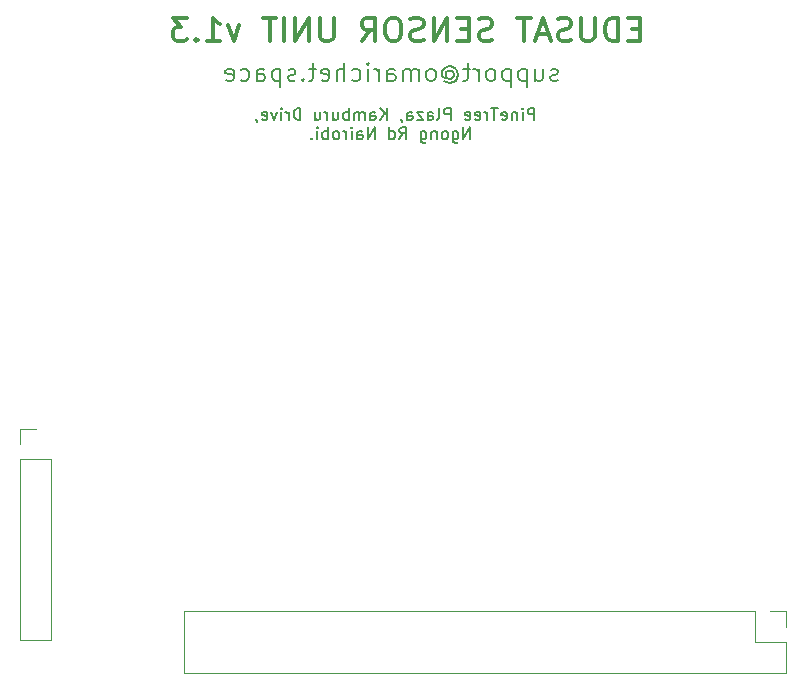
<source format=gbr>
%TF.GenerationSoftware,KiCad,Pcbnew,(6.0.7)*%
%TF.CreationDate,2023-02-22T21:26:54+03:00*%
%TF.ProjectId,Omarichet Sensor Shield 1.3,4f6d6172-6963-4686-9574-2053656e736f,rev?*%
%TF.SameCoordinates,Original*%
%TF.FileFunction,Legend,Bot*%
%TF.FilePolarity,Positive*%
%FSLAX46Y46*%
G04 Gerber Fmt 4.6, Leading zero omitted, Abs format (unit mm)*
G04 Created by KiCad (PCBNEW (6.0.7)) date 2023-02-22 21:26:54*
%MOMM*%
%LPD*%
G01*
G04 APERTURE LIST*
%ADD10C,0.300000*%
%ADD11C,0.150000*%
%ADD12C,0.120000*%
G04 APERTURE END LIST*
D10*
X148614285Y-79337142D02*
X147947619Y-79337142D01*
X147661904Y-80384761D02*
X148614285Y-80384761D01*
X148614285Y-78384761D01*
X147661904Y-78384761D01*
X146804761Y-80384761D02*
X146804761Y-78384761D01*
X146328571Y-78384761D01*
X146042857Y-78480000D01*
X145852380Y-78670476D01*
X145757142Y-78860952D01*
X145661904Y-79241904D01*
X145661904Y-79527619D01*
X145757142Y-79908571D01*
X145852380Y-80099047D01*
X146042857Y-80289523D01*
X146328571Y-80384761D01*
X146804761Y-80384761D01*
X144804761Y-78384761D02*
X144804761Y-80003809D01*
X144709523Y-80194285D01*
X144614285Y-80289523D01*
X144423809Y-80384761D01*
X144042857Y-80384761D01*
X143852380Y-80289523D01*
X143757142Y-80194285D01*
X143661904Y-80003809D01*
X143661904Y-78384761D01*
X142804761Y-80289523D02*
X142519047Y-80384761D01*
X142042857Y-80384761D01*
X141852380Y-80289523D01*
X141757142Y-80194285D01*
X141661904Y-80003809D01*
X141661904Y-79813333D01*
X141757142Y-79622857D01*
X141852380Y-79527619D01*
X142042857Y-79432380D01*
X142423809Y-79337142D01*
X142614285Y-79241904D01*
X142709523Y-79146666D01*
X142804761Y-78956190D01*
X142804761Y-78765714D01*
X142709523Y-78575238D01*
X142614285Y-78480000D01*
X142423809Y-78384761D01*
X141947619Y-78384761D01*
X141661904Y-78480000D01*
X140900000Y-79813333D02*
X139947619Y-79813333D01*
X141090476Y-80384761D02*
X140423809Y-78384761D01*
X139757142Y-80384761D01*
X139376190Y-78384761D02*
X138233333Y-78384761D01*
X138804761Y-80384761D02*
X138804761Y-78384761D01*
X136138095Y-80289523D02*
X135852380Y-80384761D01*
X135376190Y-80384761D01*
X135185714Y-80289523D01*
X135090476Y-80194285D01*
X134995238Y-80003809D01*
X134995238Y-79813333D01*
X135090476Y-79622857D01*
X135185714Y-79527619D01*
X135376190Y-79432380D01*
X135757142Y-79337142D01*
X135947619Y-79241904D01*
X136042857Y-79146666D01*
X136138095Y-78956190D01*
X136138095Y-78765714D01*
X136042857Y-78575238D01*
X135947619Y-78480000D01*
X135757142Y-78384761D01*
X135280952Y-78384761D01*
X134995238Y-78480000D01*
X134138095Y-79337142D02*
X133471428Y-79337142D01*
X133185714Y-80384761D02*
X134138095Y-80384761D01*
X134138095Y-78384761D01*
X133185714Y-78384761D01*
X132328571Y-80384761D02*
X132328571Y-78384761D01*
X131185714Y-80384761D01*
X131185714Y-78384761D01*
X130328571Y-80289523D02*
X130042857Y-80384761D01*
X129566666Y-80384761D01*
X129376190Y-80289523D01*
X129280952Y-80194285D01*
X129185714Y-80003809D01*
X129185714Y-79813333D01*
X129280952Y-79622857D01*
X129376190Y-79527619D01*
X129566666Y-79432380D01*
X129947619Y-79337142D01*
X130138095Y-79241904D01*
X130233333Y-79146666D01*
X130328571Y-78956190D01*
X130328571Y-78765714D01*
X130233333Y-78575238D01*
X130138095Y-78480000D01*
X129947619Y-78384761D01*
X129471428Y-78384761D01*
X129185714Y-78480000D01*
X127947619Y-78384761D02*
X127566666Y-78384761D01*
X127376190Y-78480000D01*
X127185714Y-78670476D01*
X127090476Y-79051428D01*
X127090476Y-79718095D01*
X127185714Y-80099047D01*
X127376190Y-80289523D01*
X127566666Y-80384761D01*
X127947619Y-80384761D01*
X128138095Y-80289523D01*
X128328571Y-80099047D01*
X128423809Y-79718095D01*
X128423809Y-79051428D01*
X128328571Y-78670476D01*
X128138095Y-78480000D01*
X127947619Y-78384761D01*
X125090476Y-80384761D02*
X125757142Y-79432380D01*
X126233333Y-80384761D02*
X126233333Y-78384761D01*
X125471428Y-78384761D01*
X125280952Y-78480000D01*
X125185714Y-78575238D01*
X125090476Y-78765714D01*
X125090476Y-79051428D01*
X125185714Y-79241904D01*
X125280952Y-79337142D01*
X125471428Y-79432380D01*
X126233333Y-79432380D01*
X122709523Y-78384761D02*
X122709523Y-80003809D01*
X122614285Y-80194285D01*
X122519047Y-80289523D01*
X122328571Y-80384761D01*
X121947619Y-80384761D01*
X121757142Y-80289523D01*
X121661904Y-80194285D01*
X121566666Y-80003809D01*
X121566666Y-78384761D01*
X120614285Y-80384761D02*
X120614285Y-78384761D01*
X119471428Y-80384761D01*
X119471428Y-78384761D01*
X118519047Y-80384761D02*
X118519047Y-78384761D01*
X117852380Y-78384761D02*
X116709523Y-78384761D01*
X117280952Y-80384761D02*
X117280952Y-78384761D01*
X114709523Y-79051428D02*
X114233333Y-80384761D01*
X113757142Y-79051428D01*
X111947619Y-80384761D02*
X113090476Y-80384761D01*
X112519047Y-80384761D02*
X112519047Y-78384761D01*
X112709523Y-78670476D01*
X112900000Y-78860952D01*
X113090476Y-78956190D01*
X111090476Y-80194285D02*
X110995238Y-80289523D01*
X111090476Y-80384761D01*
X111185714Y-80289523D01*
X111090476Y-80194285D01*
X111090476Y-80384761D01*
X110328571Y-78384761D02*
X109090476Y-78384761D01*
X109757142Y-79146666D01*
X109471428Y-79146666D01*
X109280952Y-79241904D01*
X109185714Y-79337142D01*
X109090476Y-79527619D01*
X109090476Y-80003809D01*
X109185714Y-80194285D01*
X109280952Y-80289523D01*
X109471428Y-80384761D01*
X110042857Y-80384761D01*
X110233333Y-80289523D01*
X110328571Y-80194285D01*
D11*
X139702857Y-87057380D02*
X139702857Y-86057380D01*
X139321904Y-86057380D01*
X139226666Y-86105000D01*
X139179047Y-86152619D01*
X139131428Y-86247857D01*
X139131428Y-86390714D01*
X139179047Y-86485952D01*
X139226666Y-86533571D01*
X139321904Y-86581190D01*
X139702857Y-86581190D01*
X138702857Y-87057380D02*
X138702857Y-86390714D01*
X138702857Y-86057380D02*
X138750476Y-86105000D01*
X138702857Y-86152619D01*
X138655238Y-86105000D01*
X138702857Y-86057380D01*
X138702857Y-86152619D01*
X138226666Y-86390714D02*
X138226666Y-87057380D01*
X138226666Y-86485952D02*
X138179047Y-86438333D01*
X138083809Y-86390714D01*
X137940952Y-86390714D01*
X137845714Y-86438333D01*
X137798095Y-86533571D01*
X137798095Y-87057380D01*
X136940952Y-87009761D02*
X137036190Y-87057380D01*
X137226666Y-87057380D01*
X137321904Y-87009761D01*
X137369523Y-86914523D01*
X137369523Y-86533571D01*
X137321904Y-86438333D01*
X137226666Y-86390714D01*
X137036190Y-86390714D01*
X136940952Y-86438333D01*
X136893333Y-86533571D01*
X136893333Y-86628809D01*
X137369523Y-86724047D01*
X136607619Y-86057380D02*
X136036190Y-86057380D01*
X136321904Y-87057380D02*
X136321904Y-86057380D01*
X135702857Y-87057380D02*
X135702857Y-86390714D01*
X135702857Y-86581190D02*
X135655238Y-86485952D01*
X135607619Y-86438333D01*
X135512380Y-86390714D01*
X135417142Y-86390714D01*
X134702857Y-87009761D02*
X134798095Y-87057380D01*
X134988571Y-87057380D01*
X135083809Y-87009761D01*
X135131428Y-86914523D01*
X135131428Y-86533571D01*
X135083809Y-86438333D01*
X134988571Y-86390714D01*
X134798095Y-86390714D01*
X134702857Y-86438333D01*
X134655238Y-86533571D01*
X134655238Y-86628809D01*
X135131428Y-86724047D01*
X133845714Y-87009761D02*
X133940952Y-87057380D01*
X134131428Y-87057380D01*
X134226666Y-87009761D01*
X134274285Y-86914523D01*
X134274285Y-86533571D01*
X134226666Y-86438333D01*
X134131428Y-86390714D01*
X133940952Y-86390714D01*
X133845714Y-86438333D01*
X133798095Y-86533571D01*
X133798095Y-86628809D01*
X134274285Y-86724047D01*
X132607619Y-87057380D02*
X132607619Y-86057380D01*
X132226666Y-86057380D01*
X132131428Y-86105000D01*
X132083809Y-86152619D01*
X132036190Y-86247857D01*
X132036190Y-86390714D01*
X132083809Y-86485952D01*
X132131428Y-86533571D01*
X132226666Y-86581190D01*
X132607619Y-86581190D01*
X131464761Y-87057380D02*
X131559999Y-87009761D01*
X131607619Y-86914523D01*
X131607619Y-86057380D01*
X130655238Y-87057380D02*
X130655238Y-86533571D01*
X130702857Y-86438333D01*
X130798095Y-86390714D01*
X130988571Y-86390714D01*
X131083809Y-86438333D01*
X130655238Y-87009761D02*
X130750476Y-87057380D01*
X130988571Y-87057380D01*
X131083809Y-87009761D01*
X131131428Y-86914523D01*
X131131428Y-86819285D01*
X131083809Y-86724047D01*
X130988571Y-86676428D01*
X130750476Y-86676428D01*
X130655238Y-86628809D01*
X130274285Y-86390714D02*
X129750476Y-86390714D01*
X130274285Y-87057380D01*
X129750476Y-87057380D01*
X128940952Y-87057380D02*
X128940952Y-86533571D01*
X128988571Y-86438333D01*
X129083809Y-86390714D01*
X129274285Y-86390714D01*
X129369523Y-86438333D01*
X128940952Y-87009761D02*
X129036190Y-87057380D01*
X129274285Y-87057380D01*
X129369523Y-87009761D01*
X129417142Y-86914523D01*
X129417142Y-86819285D01*
X129369523Y-86724047D01*
X129274285Y-86676428D01*
X129036190Y-86676428D01*
X128940952Y-86628809D01*
X128417142Y-87009761D02*
X128417142Y-87057380D01*
X128464761Y-87152619D01*
X128512380Y-87200238D01*
X127226666Y-87057380D02*
X127226666Y-86057380D01*
X126655238Y-87057380D02*
X127083809Y-86485952D01*
X126655238Y-86057380D02*
X127226666Y-86628809D01*
X125798095Y-87057380D02*
X125798095Y-86533571D01*
X125845714Y-86438333D01*
X125940952Y-86390714D01*
X126131428Y-86390714D01*
X126226666Y-86438333D01*
X125798095Y-87009761D02*
X125893333Y-87057380D01*
X126131428Y-87057380D01*
X126226666Y-87009761D01*
X126274285Y-86914523D01*
X126274285Y-86819285D01*
X126226666Y-86724047D01*
X126131428Y-86676428D01*
X125893333Y-86676428D01*
X125798095Y-86628809D01*
X125321904Y-87057380D02*
X125321904Y-86390714D01*
X125321904Y-86485952D02*
X125274285Y-86438333D01*
X125179047Y-86390714D01*
X125036190Y-86390714D01*
X124940952Y-86438333D01*
X124893333Y-86533571D01*
X124893333Y-87057380D01*
X124893333Y-86533571D02*
X124845714Y-86438333D01*
X124750476Y-86390714D01*
X124607619Y-86390714D01*
X124512380Y-86438333D01*
X124464761Y-86533571D01*
X124464761Y-87057380D01*
X123988571Y-87057380D02*
X123988571Y-86057380D01*
X123988571Y-86438333D02*
X123893333Y-86390714D01*
X123702857Y-86390714D01*
X123607619Y-86438333D01*
X123559999Y-86485952D01*
X123512380Y-86581190D01*
X123512380Y-86866904D01*
X123559999Y-86962142D01*
X123607619Y-87009761D01*
X123702857Y-87057380D01*
X123893333Y-87057380D01*
X123988571Y-87009761D01*
X122655238Y-86390714D02*
X122655238Y-87057380D01*
X123083809Y-86390714D02*
X123083809Y-86914523D01*
X123036190Y-87009761D01*
X122940952Y-87057380D01*
X122798095Y-87057380D01*
X122702857Y-87009761D01*
X122655238Y-86962142D01*
X122179047Y-87057380D02*
X122179047Y-86390714D01*
X122179047Y-86581190D02*
X122131428Y-86485952D01*
X122083809Y-86438333D01*
X121988571Y-86390714D01*
X121893333Y-86390714D01*
X121131428Y-86390714D02*
X121131428Y-87057380D01*
X121559999Y-86390714D02*
X121559999Y-86914523D01*
X121512380Y-87009761D01*
X121417142Y-87057380D01*
X121274285Y-87057380D01*
X121179047Y-87009761D01*
X121131428Y-86962142D01*
X119893333Y-87057380D02*
X119893333Y-86057380D01*
X119655238Y-86057380D01*
X119512380Y-86105000D01*
X119417142Y-86200238D01*
X119369523Y-86295476D01*
X119321904Y-86485952D01*
X119321904Y-86628809D01*
X119369523Y-86819285D01*
X119417142Y-86914523D01*
X119512380Y-87009761D01*
X119655238Y-87057380D01*
X119893333Y-87057380D01*
X118893333Y-87057380D02*
X118893333Y-86390714D01*
X118893333Y-86581190D02*
X118845714Y-86485952D01*
X118798095Y-86438333D01*
X118702857Y-86390714D01*
X118607619Y-86390714D01*
X118274285Y-87057380D02*
X118274285Y-86390714D01*
X118274285Y-86057380D02*
X118321904Y-86105000D01*
X118274285Y-86152619D01*
X118226666Y-86105000D01*
X118274285Y-86057380D01*
X118274285Y-86152619D01*
X117893333Y-86390714D02*
X117655238Y-87057380D01*
X117417142Y-86390714D01*
X116655238Y-87009761D02*
X116750476Y-87057380D01*
X116940952Y-87057380D01*
X117036190Y-87009761D01*
X117083809Y-86914523D01*
X117083809Y-86533571D01*
X117036190Y-86438333D01*
X116940952Y-86390714D01*
X116750476Y-86390714D01*
X116655238Y-86438333D01*
X116607619Y-86533571D01*
X116607619Y-86628809D01*
X117083809Y-86724047D01*
X116131428Y-87009761D02*
X116131428Y-87057380D01*
X116179047Y-87152619D01*
X116226666Y-87200238D01*
X134274285Y-88667380D02*
X134274285Y-87667380D01*
X133702857Y-88667380D01*
X133702857Y-87667380D01*
X132798095Y-88000714D02*
X132798095Y-88810238D01*
X132845714Y-88905476D01*
X132893333Y-88953095D01*
X132988571Y-89000714D01*
X133131428Y-89000714D01*
X133226666Y-88953095D01*
X132798095Y-88619761D02*
X132893333Y-88667380D01*
X133083809Y-88667380D01*
X133179047Y-88619761D01*
X133226666Y-88572142D01*
X133274285Y-88476904D01*
X133274285Y-88191190D01*
X133226666Y-88095952D01*
X133179047Y-88048333D01*
X133083809Y-88000714D01*
X132893333Y-88000714D01*
X132798095Y-88048333D01*
X132179047Y-88667380D02*
X132274285Y-88619761D01*
X132321904Y-88572142D01*
X132369523Y-88476904D01*
X132369523Y-88191190D01*
X132321904Y-88095952D01*
X132274285Y-88048333D01*
X132179047Y-88000714D01*
X132036190Y-88000714D01*
X131940952Y-88048333D01*
X131893333Y-88095952D01*
X131845714Y-88191190D01*
X131845714Y-88476904D01*
X131893333Y-88572142D01*
X131940952Y-88619761D01*
X132036190Y-88667380D01*
X132179047Y-88667380D01*
X131417142Y-88000714D02*
X131417142Y-88667380D01*
X131417142Y-88095952D02*
X131369523Y-88048333D01*
X131274285Y-88000714D01*
X131131428Y-88000714D01*
X131036190Y-88048333D01*
X130988571Y-88143571D01*
X130988571Y-88667380D01*
X130083809Y-88000714D02*
X130083809Y-88810238D01*
X130131428Y-88905476D01*
X130179047Y-88953095D01*
X130274285Y-89000714D01*
X130417142Y-89000714D01*
X130512380Y-88953095D01*
X130083809Y-88619761D02*
X130179047Y-88667380D01*
X130369523Y-88667380D01*
X130464761Y-88619761D01*
X130512380Y-88572142D01*
X130560000Y-88476904D01*
X130560000Y-88191190D01*
X130512380Y-88095952D01*
X130464761Y-88048333D01*
X130369523Y-88000714D01*
X130179047Y-88000714D01*
X130083809Y-88048333D01*
X128274285Y-88667380D02*
X128607619Y-88191190D01*
X128845714Y-88667380D02*
X128845714Y-87667380D01*
X128464761Y-87667380D01*
X128369523Y-87715000D01*
X128321904Y-87762619D01*
X128274285Y-87857857D01*
X128274285Y-88000714D01*
X128321904Y-88095952D01*
X128369523Y-88143571D01*
X128464761Y-88191190D01*
X128845714Y-88191190D01*
X127417142Y-88667380D02*
X127417142Y-87667380D01*
X127417142Y-88619761D02*
X127512380Y-88667380D01*
X127702857Y-88667380D01*
X127798095Y-88619761D01*
X127845714Y-88572142D01*
X127893333Y-88476904D01*
X127893333Y-88191190D01*
X127845714Y-88095952D01*
X127798095Y-88048333D01*
X127702857Y-88000714D01*
X127512380Y-88000714D01*
X127417142Y-88048333D01*
X126179047Y-88667380D02*
X126179047Y-87667380D01*
X125607619Y-88667380D01*
X125607619Y-87667380D01*
X124702857Y-88667380D02*
X124702857Y-88143571D01*
X124750476Y-88048333D01*
X124845714Y-88000714D01*
X125036190Y-88000714D01*
X125131428Y-88048333D01*
X124702857Y-88619761D02*
X124798095Y-88667380D01*
X125036190Y-88667380D01*
X125131428Y-88619761D01*
X125179047Y-88524523D01*
X125179047Y-88429285D01*
X125131428Y-88334047D01*
X125036190Y-88286428D01*
X124798095Y-88286428D01*
X124702857Y-88238809D01*
X124226666Y-88667380D02*
X124226666Y-88000714D01*
X124226666Y-87667380D02*
X124274285Y-87715000D01*
X124226666Y-87762619D01*
X124179047Y-87715000D01*
X124226666Y-87667380D01*
X124226666Y-87762619D01*
X123750476Y-88667380D02*
X123750476Y-88000714D01*
X123750476Y-88191190D02*
X123702857Y-88095952D01*
X123655238Y-88048333D01*
X123560000Y-88000714D01*
X123464761Y-88000714D01*
X122988571Y-88667380D02*
X123083809Y-88619761D01*
X123131428Y-88572142D01*
X123179047Y-88476904D01*
X123179047Y-88191190D01*
X123131428Y-88095952D01*
X123083809Y-88048333D01*
X122988571Y-88000714D01*
X122845714Y-88000714D01*
X122750476Y-88048333D01*
X122702857Y-88095952D01*
X122655238Y-88191190D01*
X122655238Y-88476904D01*
X122702857Y-88572142D01*
X122750476Y-88619761D01*
X122845714Y-88667380D01*
X122988571Y-88667380D01*
X122226666Y-88667380D02*
X122226666Y-87667380D01*
X122226666Y-88048333D02*
X122131428Y-88000714D01*
X121940952Y-88000714D01*
X121845714Y-88048333D01*
X121798095Y-88095952D01*
X121750476Y-88191190D01*
X121750476Y-88476904D01*
X121798095Y-88572142D01*
X121845714Y-88619761D01*
X121940952Y-88667380D01*
X122131428Y-88667380D01*
X122226666Y-88619761D01*
X121321904Y-88667380D02*
X121321904Y-88000714D01*
X121321904Y-87667380D02*
X121369523Y-87715000D01*
X121321904Y-87762619D01*
X121274285Y-87715000D01*
X121321904Y-87667380D01*
X121321904Y-87762619D01*
X120845714Y-88572142D02*
X120798095Y-88619761D01*
X120845714Y-88667380D01*
X120893333Y-88619761D01*
X120845714Y-88572142D01*
X120845714Y-88667380D01*
X141691428Y-83657142D02*
X141548571Y-83728571D01*
X141262857Y-83728571D01*
X141120000Y-83657142D01*
X141048571Y-83514285D01*
X141048571Y-83442857D01*
X141120000Y-83300000D01*
X141262857Y-83228571D01*
X141477142Y-83228571D01*
X141620000Y-83157142D01*
X141691428Y-83014285D01*
X141691428Y-82942857D01*
X141620000Y-82800000D01*
X141477142Y-82728571D01*
X141262857Y-82728571D01*
X141120000Y-82800000D01*
X139762857Y-82728571D02*
X139762857Y-83728571D01*
X140405714Y-82728571D02*
X140405714Y-83514285D01*
X140334285Y-83657142D01*
X140191428Y-83728571D01*
X139977142Y-83728571D01*
X139834285Y-83657142D01*
X139762857Y-83585714D01*
X139048571Y-82728571D02*
X139048571Y-84228571D01*
X139048571Y-82800000D02*
X138905714Y-82728571D01*
X138620000Y-82728571D01*
X138477142Y-82800000D01*
X138405714Y-82871428D01*
X138334285Y-83014285D01*
X138334285Y-83442857D01*
X138405714Y-83585714D01*
X138477142Y-83657142D01*
X138620000Y-83728571D01*
X138905714Y-83728571D01*
X139048571Y-83657142D01*
X137691428Y-82728571D02*
X137691428Y-84228571D01*
X137691428Y-82800000D02*
X137548571Y-82728571D01*
X137262857Y-82728571D01*
X137120000Y-82800000D01*
X137048571Y-82871428D01*
X136977142Y-83014285D01*
X136977142Y-83442857D01*
X137048571Y-83585714D01*
X137120000Y-83657142D01*
X137262857Y-83728571D01*
X137548571Y-83728571D01*
X137691428Y-83657142D01*
X136120000Y-83728571D02*
X136262857Y-83657142D01*
X136334285Y-83585714D01*
X136405714Y-83442857D01*
X136405714Y-83014285D01*
X136334285Y-82871428D01*
X136262857Y-82800000D01*
X136120000Y-82728571D01*
X135905714Y-82728571D01*
X135762857Y-82800000D01*
X135691428Y-82871428D01*
X135620000Y-83014285D01*
X135620000Y-83442857D01*
X135691428Y-83585714D01*
X135762857Y-83657142D01*
X135905714Y-83728571D01*
X136120000Y-83728571D01*
X134977142Y-83728571D02*
X134977142Y-82728571D01*
X134977142Y-83014285D02*
X134905714Y-82871428D01*
X134834285Y-82800000D01*
X134691428Y-82728571D01*
X134548571Y-82728571D01*
X134262857Y-82728571D02*
X133691428Y-82728571D01*
X134048571Y-82228571D02*
X134048571Y-83514285D01*
X133977142Y-83657142D01*
X133834285Y-83728571D01*
X133691428Y-83728571D01*
X132262857Y-83014285D02*
X132334285Y-82942857D01*
X132477142Y-82871428D01*
X132620000Y-82871428D01*
X132762857Y-82942857D01*
X132834285Y-83014285D01*
X132905714Y-83157142D01*
X132905714Y-83300000D01*
X132834285Y-83442857D01*
X132762857Y-83514285D01*
X132620000Y-83585714D01*
X132477142Y-83585714D01*
X132334285Y-83514285D01*
X132262857Y-83442857D01*
X132262857Y-82871428D02*
X132262857Y-83442857D01*
X132191428Y-83514285D01*
X132120000Y-83514285D01*
X131977142Y-83442857D01*
X131905714Y-83300000D01*
X131905714Y-82942857D01*
X132048571Y-82728571D01*
X132262857Y-82585714D01*
X132548571Y-82514285D01*
X132834285Y-82585714D01*
X133048571Y-82728571D01*
X133191428Y-82942857D01*
X133262857Y-83228571D01*
X133191428Y-83514285D01*
X133048571Y-83728571D01*
X132834285Y-83871428D01*
X132548571Y-83942857D01*
X132262857Y-83871428D01*
X132048571Y-83728571D01*
X131048571Y-83728571D02*
X131191428Y-83657142D01*
X131262857Y-83585714D01*
X131334285Y-83442857D01*
X131334285Y-83014285D01*
X131262857Y-82871428D01*
X131191428Y-82800000D01*
X131048571Y-82728571D01*
X130834285Y-82728571D01*
X130691428Y-82800000D01*
X130620000Y-82871428D01*
X130548571Y-83014285D01*
X130548571Y-83442857D01*
X130620000Y-83585714D01*
X130691428Y-83657142D01*
X130834285Y-83728571D01*
X131048571Y-83728571D01*
X129905714Y-83728571D02*
X129905714Y-82728571D01*
X129905714Y-82871428D02*
X129834285Y-82800000D01*
X129691428Y-82728571D01*
X129477142Y-82728571D01*
X129334285Y-82800000D01*
X129262857Y-82942857D01*
X129262857Y-83728571D01*
X129262857Y-82942857D02*
X129191428Y-82800000D01*
X129048571Y-82728571D01*
X128834285Y-82728571D01*
X128691428Y-82800000D01*
X128620000Y-82942857D01*
X128620000Y-83728571D01*
X127262857Y-83728571D02*
X127262857Y-82942857D01*
X127334285Y-82800000D01*
X127477142Y-82728571D01*
X127762857Y-82728571D01*
X127905714Y-82800000D01*
X127262857Y-83657142D02*
X127405714Y-83728571D01*
X127762857Y-83728571D01*
X127905714Y-83657142D01*
X127977142Y-83514285D01*
X127977142Y-83371428D01*
X127905714Y-83228571D01*
X127762857Y-83157142D01*
X127405714Y-83157142D01*
X127262857Y-83085714D01*
X126548571Y-83728571D02*
X126548571Y-82728571D01*
X126548571Y-83014285D02*
X126477142Y-82871428D01*
X126405714Y-82800000D01*
X126262857Y-82728571D01*
X126120000Y-82728571D01*
X125620000Y-83728571D02*
X125620000Y-82728571D01*
X125620000Y-82228571D02*
X125691428Y-82300000D01*
X125620000Y-82371428D01*
X125548571Y-82300000D01*
X125620000Y-82228571D01*
X125620000Y-82371428D01*
X124262857Y-83657142D02*
X124405714Y-83728571D01*
X124691428Y-83728571D01*
X124834285Y-83657142D01*
X124905714Y-83585714D01*
X124977142Y-83442857D01*
X124977142Y-83014285D01*
X124905714Y-82871428D01*
X124834285Y-82800000D01*
X124691428Y-82728571D01*
X124405714Y-82728571D01*
X124262857Y-82800000D01*
X123620000Y-83728571D02*
X123620000Y-82228571D01*
X122977142Y-83728571D02*
X122977142Y-82942857D01*
X123048571Y-82800000D01*
X123191428Y-82728571D01*
X123405714Y-82728571D01*
X123548571Y-82800000D01*
X123620000Y-82871428D01*
X121691428Y-83657142D02*
X121834285Y-83728571D01*
X122120000Y-83728571D01*
X122262857Y-83657142D01*
X122334285Y-83514285D01*
X122334285Y-82942857D01*
X122262857Y-82800000D01*
X122120000Y-82728571D01*
X121834285Y-82728571D01*
X121691428Y-82800000D01*
X121620000Y-82942857D01*
X121620000Y-83085714D01*
X122334285Y-83228571D01*
X121191428Y-82728571D02*
X120620000Y-82728571D01*
X120977142Y-82228571D02*
X120977142Y-83514285D01*
X120905714Y-83657142D01*
X120762857Y-83728571D01*
X120620000Y-83728571D01*
X120120000Y-83585714D02*
X120048571Y-83657142D01*
X120120000Y-83728571D01*
X120191428Y-83657142D01*
X120120000Y-83585714D01*
X120120000Y-83728571D01*
X119477142Y-83657142D02*
X119334285Y-83728571D01*
X119048571Y-83728571D01*
X118905714Y-83657142D01*
X118834285Y-83514285D01*
X118834285Y-83442857D01*
X118905714Y-83300000D01*
X119048571Y-83228571D01*
X119262857Y-83228571D01*
X119405714Y-83157142D01*
X119477142Y-83014285D01*
X119477142Y-82942857D01*
X119405714Y-82800000D01*
X119262857Y-82728571D01*
X119048571Y-82728571D01*
X118905714Y-82800000D01*
X118191428Y-82728571D02*
X118191428Y-84228571D01*
X118191428Y-82800000D02*
X118048571Y-82728571D01*
X117762857Y-82728571D01*
X117620000Y-82800000D01*
X117548571Y-82871428D01*
X117477142Y-83014285D01*
X117477142Y-83442857D01*
X117548571Y-83585714D01*
X117620000Y-83657142D01*
X117762857Y-83728571D01*
X118048571Y-83728571D01*
X118191428Y-83657142D01*
X116191428Y-83728571D02*
X116191428Y-82942857D01*
X116262857Y-82800000D01*
X116405714Y-82728571D01*
X116691428Y-82728571D01*
X116834285Y-82800000D01*
X116191428Y-83657142D02*
X116334285Y-83728571D01*
X116691428Y-83728571D01*
X116834285Y-83657142D01*
X116905714Y-83514285D01*
X116905714Y-83371428D01*
X116834285Y-83228571D01*
X116691428Y-83157142D01*
X116334285Y-83157142D01*
X116191428Y-83085714D01*
X114834285Y-83657142D02*
X114977142Y-83728571D01*
X115262857Y-83728571D01*
X115405714Y-83657142D01*
X115477142Y-83585714D01*
X115548571Y-83442857D01*
X115548571Y-83014285D01*
X115477142Y-82871428D01*
X115405714Y-82800000D01*
X115262857Y-82728571D01*
X114977142Y-82728571D01*
X114834285Y-82800000D01*
X113619999Y-83657142D02*
X113762857Y-83728571D01*
X114048571Y-83728571D01*
X114191428Y-83657142D01*
X114262857Y-83514285D01*
X114262857Y-82942857D01*
X114191428Y-82800000D01*
X114048571Y-82728571D01*
X113762857Y-82728571D01*
X113619999Y-82800000D01*
X113548571Y-82942857D01*
X113548571Y-83085714D01*
X114262857Y-83228571D01*
D12*
%TO.C,J11*%
X98805000Y-115780000D02*
X96145000Y-115780000D01*
X96145000Y-113180000D02*
X96145000Y-114510000D01*
X98805000Y-115780000D02*
X98805000Y-131080000D01*
X98805000Y-131080000D02*
X96145000Y-131080000D01*
X96145000Y-115780000D02*
X96145000Y-131080000D01*
X97475000Y-113180000D02*
X96145000Y-113180000D01*
%TO.C,J9*%
X158400000Y-131260000D02*
X158400000Y-128660000D01*
X161000000Y-133860000D02*
X110080000Y-133860000D01*
X161000000Y-133860000D02*
X161000000Y-131260000D01*
X158400000Y-128660000D02*
X110080000Y-128660000D01*
X110080000Y-133860000D02*
X110080000Y-128660000D01*
X161000000Y-128660000D02*
X159670000Y-128660000D01*
X161000000Y-129990000D02*
X161000000Y-128660000D01*
X161000000Y-131260000D02*
X158400000Y-131260000D01*
%TD*%
M02*

</source>
